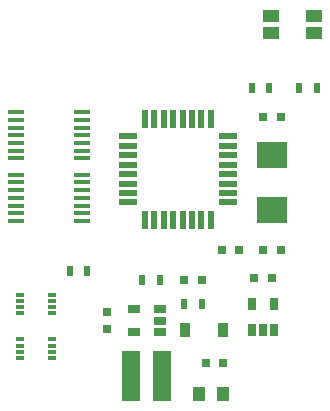
<source format=gtp>
G04 #@! TF.FileFunction,Paste,Top*
%FSLAX46Y46*%
G04 Gerber Fmt 4.6, Leading zero omitted, Abs format (unit mm)*
G04 Created by KiCad (PCBNEW 4.0.5) date 02/11/17 17:41:13*
%MOMM*%
%LPD*%
G01*
G04 APERTURE LIST*
%ADD10C,0.100000*%
%ADD11R,1.397000X0.431800*%
%ADD12R,0.750000X0.400000*%
%ADD13R,0.750000X0.300000*%
%ADD14R,0.800000X0.750000*%
%ADD15R,0.750000X0.800000*%
%ADD16R,1.000000X1.250000*%
%ADD17R,0.500000X0.900000*%
%ADD18R,0.910000X1.220000*%
%ADD19R,1.500000X4.200000*%
%ADD20R,1.600000X0.550000*%
%ADD21R,0.550000X1.600000*%
%ADD22R,1.060000X0.650000*%
%ADD23R,0.650000X1.060000*%
%ADD24R,2.600000X2.260000*%
%ADD25R,1.400000X1.050000*%
G04 APERTURE END LIST*
D10*
D11*
X82606000Y-66969600D03*
X82606000Y-67604600D03*
X82606000Y-68265000D03*
X82606000Y-68900000D03*
X82606000Y-69560400D03*
X82606000Y-70208100D03*
X82606000Y-70855800D03*
X88194000Y-70855800D03*
X88194000Y-70208100D03*
X88194000Y-69560400D03*
X88194000Y-68900000D03*
X88194000Y-68252300D03*
X88194000Y-67604600D03*
X88194000Y-66956900D03*
X82606000Y-72269600D03*
X82606000Y-72904600D03*
X82606000Y-73565000D03*
X82606000Y-74200000D03*
X82606000Y-74860400D03*
X82606000Y-75508100D03*
X82606000Y-76155800D03*
X88194000Y-76155800D03*
X88194000Y-75508100D03*
X88194000Y-74860400D03*
X88194000Y-74200000D03*
X88194000Y-73552300D03*
X88194000Y-72904600D03*
X88194000Y-72256900D03*
D12*
X85675000Y-84000000D03*
D13*
X85675000Y-83450000D03*
X85675000Y-82950000D03*
D12*
X85675000Y-82400000D03*
X82925000Y-84000000D03*
D13*
X82925000Y-82950000D03*
X82925000Y-83450000D03*
D12*
X82925000Y-82400000D03*
D14*
X103550000Y-67400000D03*
X105050000Y-67400000D03*
X103550000Y-78600000D03*
X105050000Y-78600000D03*
D15*
X90300000Y-85350000D03*
X90300000Y-83850000D03*
D14*
X100000000Y-78600000D03*
X101500000Y-78600000D03*
X98350000Y-81200000D03*
X96850000Y-81200000D03*
X100150000Y-88200000D03*
X98650000Y-88200000D03*
D16*
X100100000Y-90800000D03*
X98100000Y-90800000D03*
D14*
X102750000Y-81000000D03*
X104250000Y-81000000D03*
D17*
X102550000Y-64900000D03*
X104050000Y-64900000D03*
D18*
X100135000Y-85400000D03*
X96865000Y-85400000D03*
D19*
X92350000Y-89300000D03*
X94980000Y-89300000D03*
D17*
X108050000Y-64900000D03*
X106550000Y-64900000D03*
X98350000Y-83200000D03*
X96850000Y-83200000D03*
X94750000Y-81200000D03*
X93250000Y-81200000D03*
X87150000Y-80400000D03*
X88650000Y-80400000D03*
D20*
X92050000Y-69000000D03*
X92050000Y-69800000D03*
X92050000Y-70600000D03*
X92050000Y-71400000D03*
X92050000Y-72200000D03*
X92050000Y-73000000D03*
X92050000Y-73800000D03*
X92050000Y-74600000D03*
D21*
X93500000Y-76050000D03*
X94300000Y-76050000D03*
X95100000Y-76050000D03*
X95900000Y-76050000D03*
X96700000Y-76050000D03*
X97500000Y-76050000D03*
X98300000Y-76050000D03*
X99100000Y-76050000D03*
D20*
X100550000Y-74600000D03*
X100550000Y-73800000D03*
X100550000Y-73000000D03*
X100550000Y-72200000D03*
X100550000Y-71400000D03*
X100550000Y-70600000D03*
X100550000Y-69800000D03*
X100550000Y-69000000D03*
D21*
X99100000Y-67550000D03*
X98300000Y-67550000D03*
X97500000Y-67550000D03*
X96700000Y-67550000D03*
X95900000Y-67550000D03*
X95100000Y-67550000D03*
X94300000Y-67550000D03*
X93500000Y-67550000D03*
D22*
X94800000Y-85550000D03*
X94800000Y-84600000D03*
X94800000Y-83650000D03*
X92600000Y-83650000D03*
X92600000Y-85550000D03*
D23*
X102550000Y-85400000D03*
X103500000Y-85400000D03*
X104450000Y-85400000D03*
X104450000Y-83200000D03*
X102550000Y-83200000D03*
D12*
X85675000Y-87800000D03*
D13*
X85675000Y-87250000D03*
X85675000Y-86750000D03*
D12*
X85675000Y-86200000D03*
X82925000Y-87800000D03*
D13*
X82925000Y-86750000D03*
X82925000Y-87250000D03*
D12*
X82925000Y-86200000D03*
D24*
X104300000Y-70570000D03*
X104300000Y-75230000D03*
D25*
X104200000Y-60225000D03*
X107800000Y-60225000D03*
X104200000Y-58775000D03*
X107800000Y-58775000D03*
M02*

</source>
